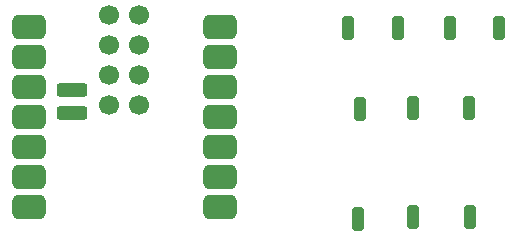
<source format=gbr>
%TF.GenerationSoftware,KiCad,Pcbnew,9.0.2*%
%TF.CreationDate,2025-08-06T07:46:06+01:00*%
%TF.ProjectId,smartpoopbucket,736d6172-7470-46f6-9f70-6275636b6574,rev?*%
%TF.SameCoordinates,Original*%
%TF.FileFunction,Soldermask,Top*%
%TF.FilePolarity,Negative*%
%FSLAX46Y46*%
G04 Gerber Fmt 4.6, Leading zero omitted, Abs format (unit mm)*
G04 Created by KiCad (PCBNEW 9.0.2) date 2025-08-06 07:46:06*
%MOMM*%
%LPD*%
G01*
G04 APERTURE LIST*
G04 Aperture macros list*
%AMRoundRect*
0 Rectangle with rounded corners*
0 $1 Rounding radius*
0 $2 $3 $4 $5 $6 $7 $8 $9 X,Y pos of 4 corners*
0 Add a 4 corners polygon primitive as box body*
4,1,4,$2,$3,$4,$5,$6,$7,$8,$9,$2,$3,0*
0 Add four circle primitives for the rounded corners*
1,1,$1+$1,$2,$3*
1,1,$1+$1,$4,$5*
1,1,$1+$1,$6,$7*
1,1,$1+$1,$8,$9*
0 Add four rect primitives between the rounded corners*
20,1,$1+$1,$2,$3,$4,$5,0*
20,1,$1+$1,$4,$5,$6,$7,0*
20,1,$1+$1,$6,$7,$8,$9,0*
20,1,$1+$1,$8,$9,$2,$3,0*%
G04 Aperture macros list end*
%ADD10RoundRect,0.250000X-0.250000X-0.750000X0.250000X-0.750000X0.250000X0.750000X-0.250000X0.750000X0*%
%ADD11C,1.700000*%
%ADD12RoundRect,0.300400X1.000400X0.300400X-1.000400X0.300400X-1.000400X-0.300400X1.000400X-0.300400X0*%
%ADD13RoundRect,0.525400X-0.900400X-0.525400X0.900400X-0.525400X0.900400X0.525400X-0.900400X0.525400X0*%
G04 APERTURE END LIST*
D10*
%TO.C,WHT1*%
X64700000Y-41600000D03*
%TD*%
%TO.C,RED1*%
X69400000Y-41500000D03*
%TD*%
%TO.C,BLK1*%
X74200000Y-41500000D03*
%TD*%
%TO.C,VCC1*%
X76700000Y-25500000D03*
%TD*%
%TO.C,SCK1*%
X68100000Y-25500000D03*
%TD*%
%TO.C,GND1*%
X72500000Y-25500000D03*
%TD*%
%TO.C,E-1*%
X74100000Y-32200000D03*
%TD*%
%TO.C,E+1*%
X69400000Y-32200000D03*
%TD*%
%TO.C,DT1*%
X63900000Y-25500000D03*
%TD*%
%TO.C,A-1*%
X64900000Y-32300000D03*
%TD*%
D11*
%TO.C,U1*%
X46225000Y-32008000D03*
X43685000Y-32008000D03*
X46225000Y-29468000D03*
X43685000Y-29468000D03*
X46225000Y-26928000D03*
X43685000Y-26928000D03*
X46225000Y-24388000D03*
X43685000Y-24388000D03*
D12*
X40510000Y-30733000D03*
X40510000Y-32638000D03*
D13*
X53065000Y-25400000D03*
X53065000Y-27940000D03*
X53065000Y-30480000D03*
X53065000Y-33020000D03*
X53065000Y-35560000D03*
X53065000Y-38100000D03*
X53065000Y-40640000D03*
X36900000Y-40640000D03*
X36900000Y-38100000D03*
X36900000Y-35560000D03*
X36900000Y-33020000D03*
X36900000Y-30480000D03*
X36900000Y-27940000D03*
X36900000Y-25400000D03*
%TD*%
M02*

</source>
